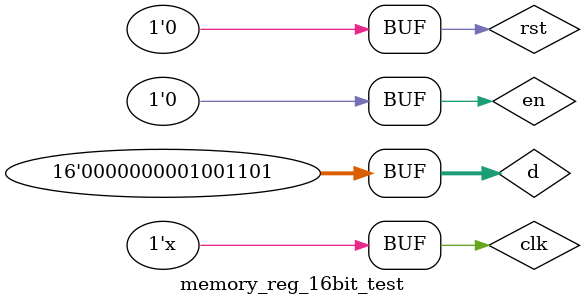
<source format=v>
`timescale 1ns / 1ps


module memory_reg_16bit_test;

	// Inputs
	reg [15:0] d;
	reg en;
	reg clk;
	reg rst;

	// Outputs
	wire [15:0] q;

	// Instantiate the Unit Under Test (UUT)
	memory_reg_16bit uut (
		.d(d), 
		.en(en), 
		.clk(clk), 
		.rst(rst), 
		.q(q)
	);
	always #20 clk=~clk;
	initial begin
		d = 0;
		en = 0;
		clk = 0;
		rst = 0;
		#15
		d=15;
		#40;
		en=1;
		#40;
		d=50;
		#40;
		d=400;
		#40;
		en=0;
		#40;
		d=35;
		#40;
		d=77;
	end
      
endmodule


</source>
